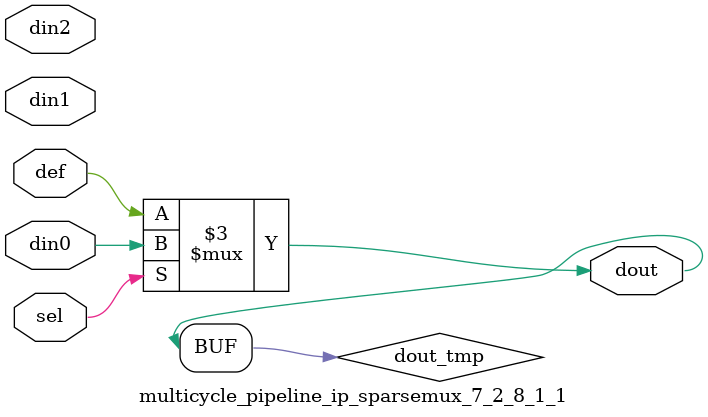
<source format=v>
`timescale 1ns / 1ps

module multicycle_pipeline_ip_sparsemux_7_2_8_1_1 (din0,din1,din2,def,sel,dout);

parameter din0_WIDTH = 1;

parameter din1_WIDTH = 1;

parameter din2_WIDTH = 1;

parameter def_WIDTH = 1;
parameter sel_WIDTH = 1;
parameter dout_WIDTH = 1;

parameter [sel_WIDTH-1:0] CASE0 = 1;

parameter [sel_WIDTH-1:0] CASE1 = 1;

parameter [sel_WIDTH-1:0] CASE2 = 1;

parameter ID = 1;
parameter NUM_STAGE = 1;



input [din0_WIDTH-1:0] din0;

input [din1_WIDTH-1:0] din1;

input [din2_WIDTH-1:0] din2;

input [def_WIDTH-1:0] def;
input [sel_WIDTH-1:0] sel;

output [dout_WIDTH-1:0] dout;



reg [dout_WIDTH-1:0] dout_tmp;


always @ (*) begin
(* parallel_case *) case (sel)
    
    CASE0 : dout_tmp = din0;
    
    CASE1 : dout_tmp = din1;
    
    CASE2 : dout_tmp = din2;
    
    default : dout_tmp = def;
endcase
end


assign dout = dout_tmp;



endmodule

</source>
